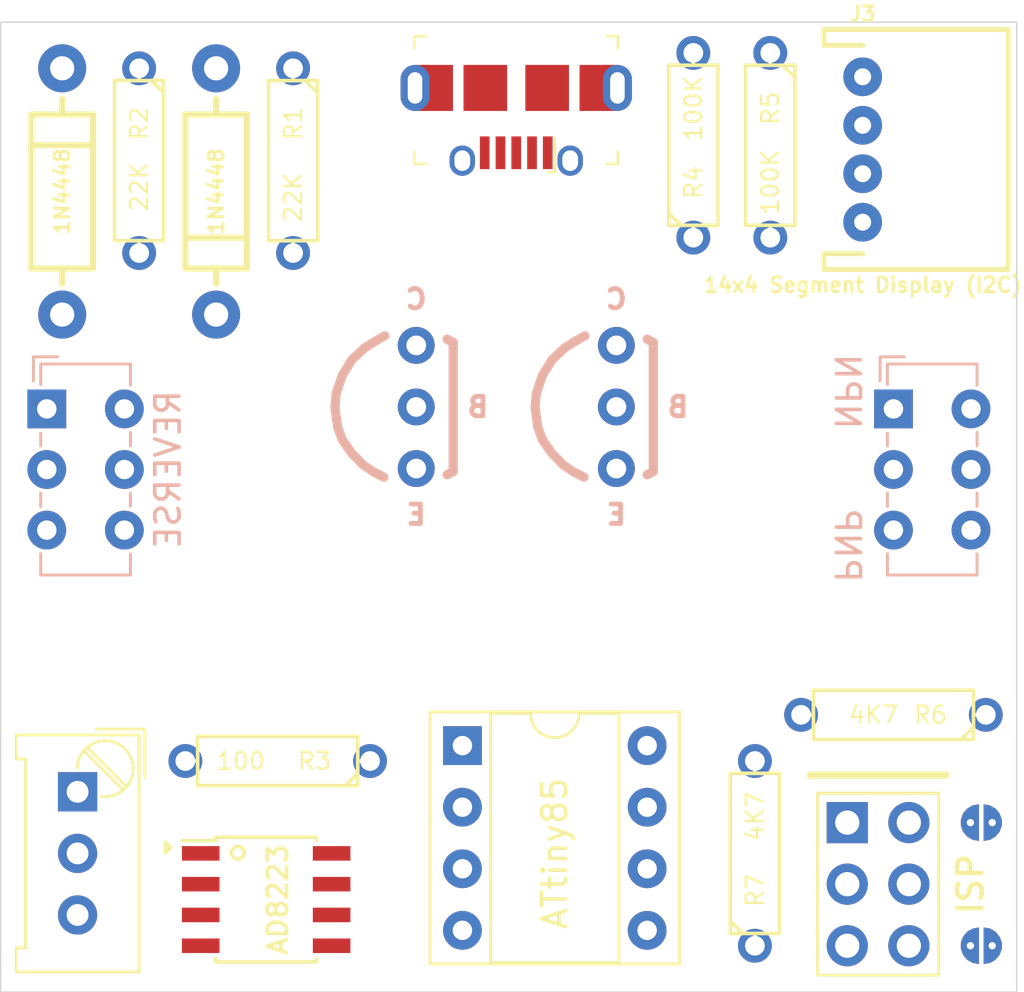
<source format=kicad_pcb>
(kicad_pcb (version 20171130) (host pcbnew "(5.1.5-0-10_14)")

  (general
    (thickness 1.6)
    (drawings 7)
    (tracks 0)
    (zones 0)
    (modules 21)
    (nets 25)
  )

  (page A4)
  (layers
    (0 F.Cu signal)
    (31 B.Cu signal)
    (32 B.Adhes user)
    (33 F.Adhes user)
    (34 B.Paste user)
    (35 F.Paste user)
    (36 B.SilkS user)
    (37 F.SilkS user)
    (38 B.Mask user)
    (39 F.Mask user)
    (40 Dwgs.User user)
    (41 Cmts.User user)
    (42 Eco1.User user)
    (43 Eco2.User user)
    (44 Edge.Cuts user)
    (45 Margin user)
    (46 B.CrtYd user)
    (47 F.CrtYd user)
    (48 B.Fab user)
    (49 F.Fab user)
  )

  (setup
    (last_trace_width 0.25)
    (trace_clearance 0.2)
    (zone_clearance 0.508)
    (zone_45_only no)
    (trace_min 0.2)
    (via_size 0.8)
    (via_drill 0.4)
    (via_min_size 0.4)
    (via_min_drill 0.3)
    (uvia_size 0.3)
    (uvia_drill 0.1)
    (uvias_allowed no)
    (uvia_min_size 0.2)
    (uvia_min_drill 0.1)
    (edge_width 0.05)
    (segment_width 0.2)
    (pcb_text_width 0.3)
    (pcb_text_size 1.5 1.5)
    (mod_edge_width 0.12)
    (mod_text_size 1 1)
    (mod_text_width 0.15)
    (pad_size 1.524 1.524)
    (pad_drill 0.762)
    (pad_to_mask_clearance 0.051)
    (solder_mask_min_width 0.25)
    (aux_axis_origin 0 0)
    (visible_elements FFFFFF7F)
    (pcbplotparams
      (layerselection 0x010fc_ffffffff)
      (usegerberextensions false)
      (usegerberattributes false)
      (usegerberadvancedattributes false)
      (creategerberjobfile false)
      (excludeedgelayer true)
      (linewidth 0.100000)
      (plotframeref false)
      (viasonmask false)
      (mode 1)
      (useauxorigin false)
      (hpglpennumber 1)
      (hpglpenspeed 20)
      (hpglpendiameter 15.000000)
      (psnegative false)
      (psa4output false)
      (plotreference true)
      (plotvalue true)
      (plotinvisibletext false)
      (padsonsilk false)
      (subtractmaskfromsilk false)
      (outputformat 1)
      (mirror false)
      (drillshape 1)
      (scaleselection 1)
      (outputdirectory ""))
  )

  (net 0 "")
  (net 1 "Net-(D1-PadA)")
  (net 2 VREF)
  (net 3 "Net-(D2-PadC)")
  (net 4 GND)
  (net 5 VCC)
  (net 6 "Net-(J1-Pad2)")
  (net 7 "Net-(J1-Pad3)")
  (net 8 "Net-(J1-Pad4)")
  (net 9 MISO)
  (net 10 SCK)
  (net 11 RST)
  (net 12 MOSI)
  (net 13 "Net-(J3-Pad3)")
  (net 14 "Net-(J3-Pad4)")
  (net 15 "Net-(Q1-Pad3)")
  (net 16 VA)
  (net 17 VB)
  (net 18 "Net-(R3-Pad1)")
  (net 19 "Net-(R3-Pad2)")
  (net 20 "Net-(RV1-Pad2)")
  (net 21 "Net-(SW2-Pad2)")
  (net 22 "Net-(SW2-Pad5)")
  (net 23 AOUT)
  (net 24 "Net-(U2-Pad2)")

  (net_class Default "This is the default net class."
    (clearance 0.2)
    (trace_width 0.25)
    (via_dia 0.8)
    (via_drill 0.4)
    (uvia_dia 0.3)
    (uvia_drill 0.1)
    (add_net AOUT)
    (add_net GND)
    (add_net MISO)
    (add_net MOSI)
    (add_net "Net-(D1-PadA)")
    (add_net "Net-(D2-PadC)")
    (add_net "Net-(J1-Pad2)")
    (add_net "Net-(J1-Pad3)")
    (add_net "Net-(J1-Pad4)")
    (add_net "Net-(J3-Pad3)")
    (add_net "Net-(J3-Pad4)")
    (add_net "Net-(Q1-Pad3)")
    (add_net "Net-(R3-Pad1)")
    (add_net "Net-(R3-Pad2)")
    (add_net "Net-(RV1-Pad2)")
    (add_net "Net-(SW2-Pad2)")
    (add_net "Net-(SW2-Pad5)")
    (add_net "Net-(U2-Pad2)")
    (add_net RST)
    (add_net SCK)
    (add_net VA)
    (add_net VB)
    (add_net VCC)
    (add_net VREF)
  )

  (module 4ms/4ms-kicad-lib/lib-footprints/4ms_Connector.pretty:Pins_2x03_2.54mm_TH_ISP (layer F.Cu) (tedit 5D65B39D) (tstamp 5E7617E4)
    (at 120.015 92.71)
    (descr "Through hole straight socket strip, 2x03, 2.54mm pitch, double rows")
    (tags "Through hole socket strip THT 2x03 2.54mm double row")
    (path /5E781952)
    (fp_text reference J2 (at -0.1 5.1 180) (layer F.SilkS) hide
      (effects (font (size 1.016 1.016) (thickness 0.1905)))
    )
    (fp_text value ISP (at 3.81 0 90) (layer F.SilkS)
      (effects (font (size 1.016 1.016) (thickness 0.1905)))
    )
    (fp_line (start -2.5 3.75) (end -2.5 -3.75) (layer F.SilkS) (width 0.12))
    (fp_line (start 2.5 -3.75) (end -2.5 -3.75) (layer F.SilkS) (width 0.12))
    (fp_line (start -2.71 4.05) (end -2.71 -4.05) (layer F.CrtYd) (width 0.05))
    (fp_line (start -2.71 -4.05) (end 2.71 -4.05) (layer F.CrtYd) (width 0.05))
    (fp_line (start -2.71 4.05) (end 2.71 4.05) (layer F.CrtYd) (width 0.05))
    (fp_line (start 2.71 4.05) (end 2.71 -4.05) (layer F.CrtYd) (width 0.05))
    (fp_line (start -2.8 -4.5) (end 2.8 -4.5) (layer F.SilkS) (width 0.3))
    (fp_line (start 2.5 3.75) (end -2.5 3.75) (layer F.SilkS) (width 0.12))
    (fp_line (start 2.5 3.75) (end 2.5 -3.75) (layer F.SilkS) (width 0.12))
    (pad 1 thru_hole rect (at -1.27 -2.54 180) (size 1.7 1.7) (drill 1) (layers *.Cu *.Mask)
      (net 9 MISO))
    (pad 2 thru_hole oval (at 1.27 -2.54 180) (size 1.7 1.7) (drill 1) (layers *.Cu *.Mask)
      (net 10 SCK))
    (pad 3 thru_hole oval (at -1.27 0 180) (size 1.7 1.7) (drill 1) (layers *.Cu *.Mask)
      (net 11 RST))
    (pad 4 thru_hole oval (at 1.27 0 180) (size 1.7 1.7) (drill 1) (layers *.Cu *.Mask)
      (net 4 GND))
    (pad 5 thru_hole oval (at -1.27 2.54 180) (size 1.7 1.7) (drill 1) (layers *.Cu *.Mask)
      (net 12 MOSI))
    (pad 6 thru_hole oval (at 1.27 2.54 180) (size 1.7 1.7) (drill 1) (layers *.Cu *.Mask)
      (net 5 VCC))
    (model ${KISYS3DMOD}/Connector_PinHeader_2.54mm.3dshapes/PinHeader_2x03_P2.54mm_Vertical.wrl
      (offset (xyz -1.27 2.54 0))
      (scale (xyz 1 1 1))
      (rotate (xyz 0 0 0))
    )
  )

  (module keebio/Keebio-Parts.pretty:solder_jumper (layer F.Cu) (tedit 5699098E) (tstamp 5E761801)
    (at 124.275 90.17)
    (path /5E7AAD47)
    (solder_mask_margin 0.001)
    (solder_paste_margin -0.02)
    (clearance 0.001)
    (fp_text reference JP1 (at -0.508 1.016) (layer Cmts.User) hide
      (effects (font (size 0.3 0.3) (thickness 0.03)))
    )
    (fp_text value Jumper (at 0 -1.524) (layer F.SilkS) hide
      (effects (font (size 0.4 0.4) (thickness 0.04)))
    )
    (fp_poly (pts (xy -0.1 -0.75) (xy -0.3565 -0.7048) (xy -0.5821 -0.5745) (xy -0.7495 -0.375)
      (xy -0.8386 -0.1302) (xy -0.8386 0.1302) (xy -0.7495 0.375) (xy -0.5821 0.5745)
      (xy -0.3565 0.7048) (xy -0.1 0.75) (xy -0.1 -0.75)) (layer F.Cu) (width 0.01))
    (fp_poly (pts (xy 0.1 0.75) (xy 0.3565 0.7048) (xy 0.5821 0.5745) (xy 0.7495 0.375)
      (xy 0.8386 0.1302) (xy 0.8386 -0.1302) (xy 0.7495 -0.375) (xy 0.5821 -0.5745)
      (xy 0.3565 -0.7048) (xy 0.1 -0.75) (xy 0.1 0.75)) (layer F.Cu) (width 0.01))
    (fp_poly (pts (xy -0.1 -0.75) (xy -0.3565 -0.7048) (xy -0.5821 -0.5745) (xy -0.7495 -0.375)
      (xy -0.8386 -0.1302) (xy -0.8386 0.1302) (xy -0.7495 0.375) (xy -0.5821 0.5745)
      (xy -0.3565 0.7048) (xy -0.1 0.75) (xy -0.1 -0.75)) (layer B.Cu) (width 0.01))
    (fp_poly (pts (xy 0.1 0.75) (xy 0.3565 0.7048) (xy 0.5821 0.5745) (xy 0.7495 0.375)
      (xy 0.8386 0.1302) (xy 0.8386 -0.1302) (xy 0.7495 -0.375) (xy 0.5821 -0.5745)
      (xy 0.3565 -0.7048) (xy 0.1 -0.75) (xy 0.1 0.75)) (layer B.Cu) (width 0.01))
    (pad 1 thru_hole circle (at -0.45 0) (size 0.4 0.4) (drill 0.3) (layers *.Cu *.Mask)
      (net 10 SCK))
    (pad 2 thru_hole circle (at 0.45 0) (size 0.4 0.4) (drill 0.3) (layers *.Cu *.Mask)
      (net 14 "Net-(J3-Pad4)"))
  )

  (module keebio/Keebio-Parts.pretty:solder_jumper (layer F.Cu) (tedit 5699098E) (tstamp 5E764FAF)
    (at 124.275 95.25)
    (path /5E7BD7F2)
    (solder_mask_margin 0.001)
    (solder_paste_margin -0.02)
    (clearance 0.001)
    (fp_text reference JP2 (at -0.508 1.016) (layer Cmts.User) hide
      (effects (font (size 0.3 0.3) (thickness 0.03)))
    )
    (fp_text value Jumper (at 0 -1.524) (layer F.SilkS) hide
      (effects (font (size 0.4 0.4) (thickness 0.04)))
    )
    (fp_poly (pts (xy 0.1 0.75) (xy 0.3565 0.7048) (xy 0.5821 0.5745) (xy 0.7495 0.375)
      (xy 0.8386 0.1302) (xy 0.8386 -0.1302) (xy 0.7495 -0.375) (xy 0.5821 -0.5745)
      (xy 0.3565 -0.7048) (xy 0.1 -0.75) (xy 0.1 0.75)) (layer B.Cu) (width 0.01))
    (fp_poly (pts (xy -0.1 -0.75) (xy -0.3565 -0.7048) (xy -0.5821 -0.5745) (xy -0.7495 -0.375)
      (xy -0.8386 -0.1302) (xy -0.8386 0.1302) (xy -0.7495 0.375) (xy -0.5821 0.5745)
      (xy -0.3565 0.7048) (xy -0.1 0.75) (xy -0.1 -0.75)) (layer B.Cu) (width 0.01))
    (fp_poly (pts (xy 0.1 0.75) (xy 0.3565 0.7048) (xy 0.5821 0.5745) (xy 0.7495 0.375)
      (xy 0.8386 0.1302) (xy 0.8386 -0.1302) (xy 0.7495 -0.375) (xy 0.5821 -0.5745)
      (xy 0.3565 -0.7048) (xy 0.1 -0.75) (xy 0.1 0.75)) (layer F.Cu) (width 0.01))
    (fp_poly (pts (xy -0.1 -0.75) (xy -0.3565 -0.7048) (xy -0.5821 -0.5745) (xy -0.7495 -0.375)
      (xy -0.8386 -0.1302) (xy -0.8386 0.1302) (xy -0.7495 0.375) (xy -0.5821 0.5745)
      (xy -0.3565 0.7048) (xy -0.1 0.75) (xy -0.1 -0.75)) (layer F.Cu) (width 0.01))
    (pad 2 thru_hole circle (at 0.45 0) (size 0.4 0.4) (drill 0.3) (layers *.Cu *.Mask)
      (net 13 "Net-(J3-Pad3)"))
    (pad 1 thru_hole circle (at -0.45 0) (size 0.4 0.4) (drill 0.3) (layers *.Cu *.Mask)
      (net 12 MOSI))
  )

  (module 4ms/4ms-kicad-lib/4ms-footprints.pretty:Resistor_TH_300 (layer F.Cu) (tedit 593AF381) (tstamp 5E7651D7)
    (at 95.25 87.63 180)
    (descr "Resitance 3 pas")
    (tags R)
    (path /5E748770)
    (fp_text reference R3 (at -1.524 0) (layer F.SilkS)
      (effects (font (size 0.7 0.7) (thickness 0.1)))
    )
    (fp_text value 100 (at 1.524 0) (layer F.SilkS)
      (effects (font (size 0.7 0.7) (thickness 0.1)))
    )
    (fp_line (start -3.81 0) (end -3.302 0) (layer F.SilkS) (width 0.15))
    (fp_line (start 3.81 0) (end 3.302 0) (layer F.SilkS) (width 0.15))
    (fp_line (start 3.302 0) (end 3.302 -1.016) (layer F.SilkS) (width 0.15))
    (fp_line (start 3.302 -1.016) (end -3.302 -1.016) (layer F.SilkS) (width 0.15))
    (fp_line (start -3.302 -1.016) (end -3.302 1.016) (layer F.SilkS) (width 0.15))
    (fp_line (start -3.302 1.016) (end 3.302 1.016) (layer F.SilkS) (width 0.15))
    (fp_line (start 3.302 1.016) (end 3.302 0) (layer F.SilkS) (width 0.15))
    (fp_line (start -3.302 -0.508) (end -2.794 -1.016) (layer F.SilkS) (width 0.15))
    (pad 1 thru_hole circle (at -3.81 0 180) (size 1.397 1.397) (drill 0.8128) (layers *.Cu *.Mask)
      (net 18 "Net-(R3-Pad1)"))
    (pad 2 thru_hole circle (at 3.81 0 180) (size 1.397 1.397) (drill 0.8128) (layers *.Cu *.Mask)
      (net 19 "Net-(R3-Pad2)"))
    (model Discret.3dshapes/R3.wrl
      (at (xyz 0 0 0))
      (scale (xyz 0.3 0.3 0.3))
      (rotate (xyz 0 0 0))
    )
  )

  (module 4ms/4ms-kicad-lib/4ms-footprints.pretty:Resistor_TH_300 (layer F.Cu) (tedit 593AF381) (tstamp 5E761891)
    (at 120.65 85.725 180)
    (descr "Resitance 3 pas")
    (tags R)
    (path /5E7A0721)
    (fp_text reference R6 (at -1.524 0) (layer F.SilkS)
      (effects (font (size 0.7 0.7) (thickness 0.1)))
    )
    (fp_text value 4K7 (at 0.8215 0) (layer F.SilkS)
      (effects (font (size 0.7 0.7) (thickness 0.1)))
    )
    (fp_line (start -3.81 0) (end -3.302 0) (layer F.SilkS) (width 0.15))
    (fp_line (start 3.81 0) (end 3.302 0) (layer F.SilkS) (width 0.15))
    (fp_line (start 3.302 0) (end 3.302 -1.016) (layer F.SilkS) (width 0.15))
    (fp_line (start 3.302 -1.016) (end -3.302 -1.016) (layer F.SilkS) (width 0.15))
    (fp_line (start -3.302 -1.016) (end -3.302 1.016) (layer F.SilkS) (width 0.15))
    (fp_line (start -3.302 1.016) (end 3.302 1.016) (layer F.SilkS) (width 0.15))
    (fp_line (start 3.302 1.016) (end 3.302 0) (layer F.SilkS) (width 0.15))
    (fp_line (start -3.302 -0.508) (end -2.794 -1.016) (layer F.SilkS) (width 0.15))
    (pad 1 thru_hole circle (at -3.81 0 180) (size 1.397 1.397) (drill 0.8128) (layers *.Cu *.Mask)
      (net 14 "Net-(J3-Pad4)"))
    (pad 2 thru_hole circle (at 3.81 0 180) (size 1.397 1.397) (drill 0.8128) (layers *.Cu *.Mask)
      (net 5 VCC))
    (model Discret.3dshapes/R3.wrl
      (at (xyz 0 0 0))
      (scale (xyz 0.3 0.3 0.3))
      (rotate (xyz 0 0 0))
    )
  )

  (module 4ms/4ms-kicad-lib/4ms-footprints.pretty:Resistor_TH_300 (layer F.Cu) (tedit 593AF381) (tstamp 5E76189F)
    (at 114.935 91.44 90)
    (descr "Resitance 3 pas")
    (tags R)
    (path /5E7B97AD)
    (fp_text reference R7 (at -1.524 0 90) (layer F.SilkS)
      (effects (font (size 0.7 0.7) (thickness 0.1)))
    )
    (fp_text value 4K7 (at 1.524 0 90) (layer F.SilkS)
      (effects (font (size 0.7 0.7) (thickness 0.1)))
    )
    (fp_line (start -3.302 -0.508) (end -2.794 -1.016) (layer F.SilkS) (width 0.15))
    (fp_line (start 3.302 1.016) (end 3.302 0) (layer F.SilkS) (width 0.15))
    (fp_line (start -3.302 1.016) (end 3.302 1.016) (layer F.SilkS) (width 0.15))
    (fp_line (start -3.302 -1.016) (end -3.302 1.016) (layer F.SilkS) (width 0.15))
    (fp_line (start 3.302 -1.016) (end -3.302 -1.016) (layer F.SilkS) (width 0.15))
    (fp_line (start 3.302 0) (end 3.302 -1.016) (layer F.SilkS) (width 0.15))
    (fp_line (start 3.81 0) (end 3.302 0) (layer F.SilkS) (width 0.15))
    (fp_line (start -3.81 0) (end -3.302 0) (layer F.SilkS) (width 0.15))
    (pad 2 thru_hole circle (at 3.81 0 90) (size 1.397 1.397) (drill 0.8128) (layers *.Cu *.Mask)
      (net 5 VCC))
    (pad 1 thru_hole circle (at -3.81 0 90) (size 1.397 1.397) (drill 0.8128) (layers *.Cu *.Mask)
      (net 13 "Net-(J3-Pad3)"))
    (model Discret.3dshapes/R3.wrl
      (at (xyz 0 0 0))
      (scale (xyz 0.3 0.3 0.3))
      (rotate (xyz 0 0 0))
    )
  )

  (module KiCad/Potentiometers.pretty:Potentiometer_Trimmer_Bourns_PV36W (layer F.Cu) (tedit 5991F6F4) (tstamp 5E76253B)
    (at 86.995 88.9 270)
    (descr "Spindle Trimmer Potentiometer, Bourns PV36W, http://www.bourns.com/docs/Product-Datasheets/pv36.pdf")
    (tags "Spindle Trimmer Potentiometer Bourns PV36W")
    (path /5E75B4A7)
    (fp_text reference RV1 (at 2.54 -3.66 90) (layer F.SilkS) hide
      (effects (font (size 1 1) (thickness 0.15)))
    )
    (fp_text value "10K TRIM" (at 2.54 3.67 90) (layer F.Fab) hide
      (effects (font (size 1 1) (thickness 0.15)))
    )
    (fp_arc (start -0.955 -1.14) (end -0.955 -2.295) (angle -179) (layer F.SilkS) (width 0.12))
    (fp_arc (start -0.955 -1.14) (end 0.188 -0.98) (angle -99) (layer F.SilkS) (width 0.12))
    (fp_circle (center -0.955 -1.14) (end 0.14 -1.14) (layer F.Fab) (width 0.1))
    (fp_line (start -2.225 -2.42) (end -2.225 2.41) (layer F.Fab) (width 0.1))
    (fp_line (start -2.225 2.41) (end -1.475 2.41) (layer F.Fab) (width 0.1))
    (fp_line (start -1.475 2.41) (end -1.475 2.03) (layer F.Fab) (width 0.1))
    (fp_line (start -1.475 2.03) (end 6.555 2.03) (layer F.Fab) (width 0.1))
    (fp_line (start 6.555 2.03) (end 6.555 2.41) (layer F.Fab) (width 0.1))
    (fp_line (start 6.555 2.41) (end 7.305 2.41) (layer F.Fab) (width 0.1))
    (fp_line (start 7.305 2.41) (end 7.305 -2.42) (layer F.Fab) (width 0.1))
    (fp_line (start 7.305 -2.42) (end -2.225 -2.42) (layer F.Fab) (width 0.1))
    (fp_line (start -1.786 -0.444) (end -0.259 -1.971) (layer F.Fab) (width 0.1))
    (fp_line (start -1.652 -0.31) (end -0.125 -1.837) (layer F.Fab) (width 0.1))
    (fp_line (start -2.585 -0.78) (end -2.585 -2.78) (layer F.Fab) (width 0.1))
    (fp_line (start -2.585 -2.78) (end -0.585 -2.78) (layer F.Fab) (width 0.1))
    (fp_line (start -2.345 -2.54) (end -2.345 2.53) (layer F.SilkS) (width 0.12))
    (fp_line (start -2.345 2.53) (end -1.355 2.53) (layer F.SilkS) (width 0.12))
    (fp_line (start -1.355 2.53) (end -1.355 2.15) (layer F.SilkS) (width 0.12))
    (fp_line (start -1.355 2.15) (end 6.435 2.15) (layer F.SilkS) (width 0.12))
    (fp_line (start 6.435 2.15) (end 6.435 2.53) (layer F.SilkS) (width 0.12))
    (fp_line (start 6.435 2.53) (end 7.425 2.53) (layer F.SilkS) (width 0.12))
    (fp_line (start 7.425 2.53) (end 7.425 -2.54) (layer F.SilkS) (width 0.12))
    (fp_line (start 7.425 -2.54) (end -2.345 -2.54) (layer F.SilkS) (width 0.12))
    (fp_line (start -1.831 -0.406) (end -0.22 -2.016) (layer F.SilkS) (width 0.12))
    (fp_line (start -1.691 -0.265) (end -0.998 -0.957) (layer F.SilkS) (width 0.12))
    (fp_line (start -0.958 -0.998) (end -0.079 -1.875) (layer F.SilkS) (width 0.12))
    (fp_line (start -2.585 -0.78) (end -2.585 -2.78) (layer F.SilkS) (width 0.12))
    (fp_line (start -2.585 -2.78) (end -0.585 -2.78) (layer F.SilkS) (width 0.12))
    (fp_line (start 7.56 2.66) (end 7.56 -2.67) (layer F.CrtYd) (width 0.05))
    (fp_line (start 7.56 -2.67) (end -2.48 -2.67) (layer F.CrtYd) (width 0.05))
    (fp_line (start -2.48 -2.67) (end -2.48 2.66) (layer F.CrtYd) (width 0.05))
    (fp_line (start -2.48 2.66) (end 7.56 2.66) (layer F.CrtYd) (width 0.05))
    (fp_text user %R (at 2.54 0 90) (layer F.Fab) hide
      (effects (font (size 1 1) (thickness 0.15)))
    )
    (pad 1 thru_hole rect (at 0 0 90) (size 1.62 1.62) (drill 0.9) (layers *.Cu *.Mask)
      (net 17 VB))
    (pad 2 thru_hole circle (at 2.54 0 90) (size 1.62 1.62) (drill 0.9) (layers *.Cu *.Mask)
      (net 20 "Net-(RV1-Pad2)"))
    (pad 3 thru_hole circle (at 5.08 0 90) (size 1.62 1.62) (drill 0.9) (layers *.Cu *.Mask)
      (net 16 VA))
    (model ${KISYS3DMOD}/Potentiometers.3dshapes/Potentiometer_Trimmer_Bourns_PV36W.wrl
      (at (xyz 0 0 0))
      (scale (xyz 1 1 1))
      (rotate (xyz 0 0 0))
    )
  )

  (module 4ms/4ms-kicad-lib/4ms-footprints.pretty:SOIC-8_3.9x4.9mm_Pitch1.27mm (layer F.Cu) (tedit 563510CB) (tstamp 5E761934)
    (at 94.775 93.345)
    (descr "8-Lead Plastic Small Outline (SN) - Narrow, 3.90 mm Body [SOIC] (see Microchip Packaging Specification 00000049BS.pdf)")
    (tags "SOIC 1.27")
    (path /5E744865)
    (attr smd)
    (fp_text reference U1 (at 0 -3.5) (layer F.SilkS) hide
      (effects (font (size 1 1) (thickness 0.15)))
    )
    (fp_text value AD8223 (at 0.475 0 90) (layer F.SilkS)
      (effects (font (size 0.8 0.8) (thickness 0.15)))
    )
    (fp_line (start -4.1656 -1.9304) (end -4.1656 -2.3368) (layer F.SilkS) (width 0.15))
    (fp_line (start -3.937 -2.1336) (end -4.1656 -1.9304) (layer F.SilkS) (width 0.15))
    (fp_line (start -4.1656 -2.3622) (end -3.937 -2.1336) (layer F.SilkS) (width 0.15))
    (fp_circle (center -1.1684 -1.9304) (end -0.9398 -1.8034) (layer F.SilkS) (width 0.15))
    (fp_line (start -3.75 -2.75) (end -3.75 2.75) (layer F.CrtYd) (width 0.05))
    (fp_line (start 3.75 -2.75) (end 3.75 2.75) (layer F.CrtYd) (width 0.05))
    (fp_line (start -3.75 -2.75) (end 3.75 -2.75) (layer F.CrtYd) (width 0.05))
    (fp_line (start -3.75 2.75) (end 3.75 2.75) (layer F.CrtYd) (width 0.05))
    (fp_line (start -2.075 -2.575) (end -2.075 -2.43) (layer F.SilkS) (width 0.15))
    (fp_line (start 2.075 -2.575) (end 2.075 -2.43) (layer F.SilkS) (width 0.15))
    (fp_line (start 2.075 2.575) (end 2.075 2.43) (layer F.SilkS) (width 0.15))
    (fp_line (start -2.075 2.575) (end -2.075 2.43) (layer F.SilkS) (width 0.15))
    (fp_line (start -2.075 -2.575) (end 2.075 -2.575) (layer F.SilkS) (width 0.15))
    (fp_line (start -2.075 2.575) (end 2.075 2.575) (layer F.SilkS) (width 0.15))
    (fp_line (start -2.075 -2.43) (end -3.475 -2.43) (layer F.SilkS) (width 0.15))
    (pad 1 smd rect (at -2.7 -1.905) (size 1.55 0.6) (layers F.Cu F.Paste F.Mask)
      (net 19 "Net-(R3-Pad2)"))
    (pad 2 smd rect (at -2.7 -0.635) (size 1.55 0.6) (layers F.Cu F.Paste F.Mask)
      (net 22 "Net-(SW2-Pad5)"))
    (pad 3 smd rect (at -2.7 0.635) (size 1.55 0.6) (layers F.Cu F.Paste F.Mask)
      (net 21 "Net-(SW2-Pad2)"))
    (pad 4 smd rect (at -2.7 1.905) (size 1.55 0.6) (layers F.Cu F.Paste F.Mask)
      (net 4 GND))
    (pad 5 smd rect (at 2.7 1.905) (size 1.55 0.6) (layers F.Cu F.Paste F.Mask)
      (net 2 VREF))
    (pad 6 smd rect (at 2.7 0.635) (size 1.55 0.6) (layers F.Cu F.Paste F.Mask)
      (net 23 AOUT))
    (pad 7 smd rect (at 2.7 -0.635) (size 1.55 0.6) (layers F.Cu F.Paste F.Mask)
      (net 5 VCC))
    (pad 8 smd rect (at 2.7 -1.905) (size 1.55 0.6) (layers F.Cu F.Paste F.Mask)
      (net 18 "Net-(R3-Pad1)"))
    (model Housings_SOIC.3dshapes/SOIC-8_3.9x4.9mm_Pitch1.27mm.wrl
      (at (xyz 0 0 0))
      (scale (xyz 1 1 1))
      (rotate (xyz 0 0 0))
    )
  )

  (module KiCad/Housings_DIP.pretty:DIP-8_W7.62mm_Socket (layer F.Cu) (tedit 59C78D6B) (tstamp 5E761958)
    (at 102.87 86.995)
    (descr "8-lead though-hole mounted DIP package, row spacing 7.62 mm (300 mils), Socket")
    (tags "THT DIP DIL PDIP 2.54mm 7.62mm 300mil Socket")
    (path /5E77DE73)
    (fp_text reference U2 (at 3.81 -2.33) (layer F.SilkS) hide
      (effects (font (size 1 1) (thickness 0.15)))
    )
    (fp_text value ATtiny85 (at 3.81 4.445 90) (layer F.SilkS)
      (effects (font (size 1 1) (thickness 0.15)))
    )
    (fp_arc (start 3.81 -1.33) (end 2.81 -1.33) (angle -180) (layer F.SilkS) (width 0.12))
    (fp_line (start 1.635 -1.27) (end 6.985 -1.27) (layer F.Fab) (width 0.1))
    (fp_line (start 6.985 -1.27) (end 6.985 8.89) (layer F.Fab) (width 0.1))
    (fp_line (start 6.985 8.89) (end 0.635 8.89) (layer F.Fab) (width 0.1))
    (fp_line (start 0.635 8.89) (end 0.635 -0.27) (layer F.Fab) (width 0.1))
    (fp_line (start 0.635 -0.27) (end 1.635 -1.27) (layer F.Fab) (width 0.1))
    (fp_line (start -1.27 -1.33) (end -1.27 8.95) (layer F.Fab) (width 0.1))
    (fp_line (start -1.27 8.95) (end 8.89 8.95) (layer F.Fab) (width 0.1))
    (fp_line (start 8.89 8.95) (end 8.89 -1.33) (layer F.Fab) (width 0.1))
    (fp_line (start 8.89 -1.33) (end -1.27 -1.33) (layer F.Fab) (width 0.1))
    (fp_line (start 2.81 -1.33) (end 1.16 -1.33) (layer F.SilkS) (width 0.12))
    (fp_line (start 1.16 -1.33) (end 1.16 8.95) (layer F.SilkS) (width 0.12))
    (fp_line (start 1.16 8.95) (end 6.46 8.95) (layer F.SilkS) (width 0.12))
    (fp_line (start 6.46 8.95) (end 6.46 -1.33) (layer F.SilkS) (width 0.12))
    (fp_line (start 6.46 -1.33) (end 4.81 -1.33) (layer F.SilkS) (width 0.12))
    (fp_line (start -1.33 -1.39) (end -1.33 9.01) (layer F.SilkS) (width 0.12))
    (fp_line (start -1.33 9.01) (end 8.95 9.01) (layer F.SilkS) (width 0.12))
    (fp_line (start 8.95 9.01) (end 8.95 -1.39) (layer F.SilkS) (width 0.12))
    (fp_line (start 8.95 -1.39) (end -1.33 -1.39) (layer F.SilkS) (width 0.12))
    (fp_line (start -1.55 -1.6) (end -1.55 9.2) (layer F.CrtYd) (width 0.05))
    (fp_line (start -1.55 9.2) (end 9.15 9.2) (layer F.CrtYd) (width 0.05))
    (fp_line (start 9.15 9.2) (end 9.15 -1.6) (layer F.CrtYd) (width 0.05))
    (fp_line (start 9.15 -1.6) (end -1.55 -1.6) (layer F.CrtYd) (width 0.05))
    (fp_text user %R (at 3.81 3.81 90) (layer F.Fab) hide
      (effects (font (size 1 1) (thickness 0.15)))
    )
    (pad 1 thru_hole rect (at 0 0) (size 1.6 1.6) (drill 0.8) (layers *.Cu *.Mask)
      (net 11 RST))
    (pad 5 thru_hole oval (at 7.62 7.62) (size 1.6 1.6) (drill 0.8) (layers *.Cu *.Mask)
      (net 12 MOSI))
    (pad 2 thru_hole oval (at 0 2.54) (size 1.6 1.6) (drill 0.8) (layers *.Cu *.Mask)
      (net 24 "Net-(U2-Pad2)"))
    (pad 6 thru_hole oval (at 7.62 5.08) (size 1.6 1.6) (drill 0.8) (layers *.Cu *.Mask)
      (net 9 MISO))
    (pad 3 thru_hole oval (at 0 5.08) (size 1.6 1.6) (drill 0.8) (layers *.Cu *.Mask)
      (net 23 AOUT))
    (pad 7 thru_hole oval (at 7.62 2.54) (size 1.6 1.6) (drill 0.8) (layers *.Cu *.Mask)
      (net 10 SCK))
    (pad 4 thru_hole oval (at 0 7.62) (size 1.6 1.6) (drill 0.8) (layers *.Cu *.Mask)
      (net 4 GND))
    (pad 8 thru_hole oval (at 7.62 0) (size 1.6 1.6) (drill 0.8) (layers *.Cu *.Mask)
      (net 5 VCC))
    (model ${KISYS3DMOD}/Housings_DIP.3dshapes/DIP-8_W7.62mm_Socket.wrl
      (at (xyz 0 0 0))
      (scale (xyz 1 1 1))
      (rotate (xyz 0 0 0))
    )
  )

  (module sparkfun/SparkFun-KiCad-Libraries/Footprints/Silicon-Custom.pretty:DIODE-1N4001 (layer F.Cu) (tedit 200000) (tstamp 5E7636CD)
    (at 92.71 64.135 270)
    (path /5E760345)
    (attr virtual)
    (fp_text reference D1 (at 0 -1.905 90) (layer F.SilkS) hide
      (effects (font (size 0.6096 0.6096) (thickness 0.127)))
    )
    (fp_text value 1N4448 (at 0 0 90) (layer F.SilkS)
      (effects (font (size 0.6096 0.6096) (thickness 0.127)))
    )
    (fp_line (start 3.175 -1.27) (end 1.905 -1.27) (layer F.SilkS) (width 0.254))
    (fp_line (start 1.905 -1.27) (end -3.175 -1.27) (layer F.SilkS) (width 0.254))
    (fp_line (start -3.175 -1.27) (end -3.175 0) (layer F.SilkS) (width 0.254))
    (fp_line (start -3.175 0) (end -3.175 1.27) (layer F.SilkS) (width 0.254))
    (fp_line (start -3.175 1.27) (end 1.905 1.27) (layer F.SilkS) (width 0.254))
    (fp_line (start 1.905 1.27) (end 3.175 1.27) (layer F.SilkS) (width 0.254))
    (fp_line (start 3.175 1.27) (end 3.175 0) (layer F.SilkS) (width 0.254))
    (fp_line (start 3.175 0) (end 3.175 -1.27) (layer F.SilkS) (width 0.254))
    (fp_line (start 1.905 -1.27) (end 1.905 1.27) (layer F.SilkS) (width 0.254))
    (fp_line (start -3.175 0) (end -3.81 0) (layer F.SilkS) (width 0.254))
    (fp_line (start 3.175 0) (end 3.81 0) (layer F.SilkS) (width 0.254))
    (pad A thru_hole circle (at -5.08 0 270) (size 1.9812 1.9812) (drill 0.99822) (layers *.Cu *.Mask)
      (net 1 "Net-(D1-PadA)") (solder_mask_margin 0.1016))
    (pad C thru_hole circle (at 5.08 0 270) (size 1.9812 1.9812) (drill 0.99822) (layers *.Cu *.Mask)
      (net 2 VREF) (solder_mask_margin 0.1016))
  )

  (module sparkfun/SparkFun-KiCad-Libraries/Footprints/Silicon-Custom.pretty:DIODE-1N4001 (layer F.Cu) (tedit 200000) (tstamp 5E7617A8)
    (at 86.36 64.135 90)
    (path /5E830118)
    (attr virtual)
    (fp_text reference D2 (at 0 -1.905 90) (layer F.SilkS) hide
      (effects (font (size 0.6096 0.6096) (thickness 0.127)))
    )
    (fp_text value 1N4448 (at 0 0 90) (layer F.SilkS)
      (effects (font (size 0.6096 0.6096) (thickness 0.127)))
    )
    (fp_line (start 3.175 0) (end 3.81 0) (layer F.SilkS) (width 0.254))
    (fp_line (start -3.175 0) (end -3.81 0) (layer F.SilkS) (width 0.254))
    (fp_line (start 1.905 -1.27) (end 1.905 1.27) (layer F.SilkS) (width 0.254))
    (fp_line (start 3.175 0) (end 3.175 -1.27) (layer F.SilkS) (width 0.254))
    (fp_line (start 3.175 1.27) (end 3.175 0) (layer F.SilkS) (width 0.254))
    (fp_line (start 1.905 1.27) (end 3.175 1.27) (layer F.SilkS) (width 0.254))
    (fp_line (start -3.175 1.27) (end 1.905 1.27) (layer F.SilkS) (width 0.254))
    (fp_line (start -3.175 0) (end -3.175 1.27) (layer F.SilkS) (width 0.254))
    (fp_line (start -3.175 -1.27) (end -3.175 0) (layer F.SilkS) (width 0.254))
    (fp_line (start 1.905 -1.27) (end -3.175 -1.27) (layer F.SilkS) (width 0.254))
    (fp_line (start 3.175 -1.27) (end 1.905 -1.27) (layer F.SilkS) (width 0.254))
    (pad C thru_hole circle (at 5.08 0 90) (size 1.9812 1.9812) (drill 0.99822) (layers *.Cu *.Mask)
      (net 3 "Net-(D2-PadC)") (solder_mask_margin 0.1016))
    (pad A thru_hole circle (at -5.08 0 90) (size 1.9812 1.9812) (drill 0.99822) (layers *.Cu *.Mask)
      (net 2 VREF) (solder_mask_margin 0.1016))
  )

  (module digikey/digikey-kicad-library/digikey-footprints.pretty:USB_Micro_AB_Female_0475890001 (layer F.Cu) (tedit 5D28AD82) (tstamp 5E76492B)
    (at 105.09 62.54 180)
    (descr http://www.molex.com/pdm_docs/sd/475890001_sd.pdf)
    (path /5E8DA27F)
    (attr smd)
    (fp_text reference J1 (at 0 -2.2) (layer F.SilkS) hide
      (effects (font (size 1 1) (thickness 0.15)))
    )
    (fp_text value USB_B_Micro (at 0 6.2) (layer F.Fab) hide
      (effects (font (size 1 1) (thickness 0.15)))
    )
    (fp_text user %R (at 0 2.6) (layer F.Fab)
      (effects (font (size 1 1) (thickness 0.15)))
    )
    (fp_line (start -5.03 4.93) (end 5.03 4.93) (layer F.CrtYd) (width 0.05))
    (fp_line (start 5.03 -1.2) (end 5.03 4.93) (layer F.CrtYd) (width 0.05))
    (fp_line (start -5.03 -1.2) (end -5.03 4.93) (layer F.CrtYd) (width 0.05))
    (fp_line (start -5.03 -1.2) (end 5.03 -1.2) (layer F.CrtYd) (width 0.05))
    (fp_line (start -1.6 -0.6) (end -1.6 -0.8) (layer F.SilkS) (width 0.1))
    (fp_line (start -1.6 -0.8) (end -1.3 -0.8) (layer F.SilkS) (width 0.1))
    (fp_line (start -1.6 -0.6) (end -1.6 0.6) (layer F.SilkS) (width 0.1))
    (fp_line (start 4.2 4.8) (end 4.2 4.3) (layer F.SilkS) (width 0.1))
    (fp_line (start 3.7 4.8) (end 4.2 4.8) (layer F.SilkS) (width 0.1))
    (fp_line (start -4.2 4.8) (end -4.2 4.3) (layer F.SilkS) (width 0.1))
    (fp_line (start -4.2 4.8) (end -3.7 4.8) (layer F.SilkS) (width 0.1))
    (fp_line (start -4.2 -0.45) (end -4.2 0.05) (layer F.SilkS) (width 0.1))
    (fp_line (start -3.7 -0.45) (end -4.2 -0.45) (layer F.SilkS) (width 0.1))
    (fp_line (start 4.2 -0.45) (end 4.2 0.05) (layer F.SilkS) (width 0.1))
    (fp_line (start 4.2 -0.45) (end 3.7 -0.45) (layer F.SilkS) (width 0.1))
    (fp_line (start 4.1 4.675) (end -4.1 4.675) (layer F.Fab) (width 0.1))
    (fp_line (start -4.1 -0.325) (end -4.1 4.675) (layer F.Fab) (width 0.1))
    (fp_line (start 4.1 -0.325) (end 4.1 4.675) (layer F.Fab) (width 0.1))
    (fp_line (start 4.1 -0.325) (end -4.1 -0.325) (layer F.Fab) (width 0.1))
    (pad SH thru_hole oval (at -2.225 -0.325 90) (size 1.25 1.05) (drill oval 0.85 0.65) (layers *.Cu *.Mask)
      (net 4 GND))
    (pad SH smd rect (at -3.89 3.575 90) (size 0.1 0.5) (layers F.Cu F.Paste F.Mask)
      (net 4 GND))
    (pad SH smd rect (at -3.89 1.775 90) (size 0.1 0.5) (layers F.Cu F.Paste F.Mask)
      (net 4 GND))
    (pad SH thru_hole oval (at -4.175 2.675 90) (size 1.9 1.2) (drill oval 1.3 0.6) (layers *.Cu *.Mask)
      (net 4 GND))
    (pad SH smd rect (at -3.24 2.675 90) (size 1.9 1.26) (layers F.Cu F.Paste F.Mask)
      (net 4 GND))
    (pad SH smd rect (at 3.9 3.575 90) (size 0.1 0.5) (layers F.Cu F.Paste F.Mask)
      (net 4 GND))
    (pad SH smd rect (at 1.275 2.675 90) (size 1.9 1.8) (layers F.Cu F.Paste F.Mask)
      (net 4 GND))
    (pad 1 smd rect (at -1.3 0 90) (size 1.35 0.4) (layers F.Cu F.Paste F.Mask)
      (net 5 VCC))
    (pad 2 smd rect (at -0.65 0 90) (size 1.35 0.4) (layers F.Cu F.Paste F.Mask)
      (net 6 "Net-(J1-Pad2)"))
    (pad 3 smd rect (at 0 0 90) (size 1.35 0.4) (layers F.Cu F.Paste F.Mask)
      (net 7 "Net-(J1-Pad3)"))
    (pad 4 smd rect (at 0.65 0 90) (size 1.35 0.4) (layers F.Cu F.Paste F.Mask)
      (net 8 "Net-(J1-Pad4)"))
    (pad 5 smd rect (at 1.3 0 90) (size 1.35 0.4) (layers F.Cu F.Paste F.Mask)
      (net 4 GND))
    (pad SH smd rect (at -1.275 2.675 90) (size 1.9 1.8) (layers F.Cu F.Paste F.Mask)
      (net 4 GND))
    (pad SH thru_hole oval (at 4.175 2.675 90) (size 1.9 1.2) (drill oval 1.3 0.6) (layers *.Cu *.Mask)
      (net 4 GND))
    (pad SH smd rect (at 3.24 2.675 90) (size 1.9 1.26) (layers F.Cu F.Paste F.Mask)
      (net 4 GND))
    (pad SH smd rect (at 3.89 1.775 90) (size 0.1 0.5) (layers F.Cu F.Paste F.Mask)
      (net 4 GND))
    (pad SH thru_hole oval (at 2.225 -0.325 90) (size 1.25 1.05) (drill oval 0.85 0.65) (layers *.Cu *.Mask)
      (net 4 GND))
  )

  (module sparkfun/SparkFun-KiCad-Libraries/Footprints/Connectors.pretty:JST-4-PTH (layer F.Cu) (tedit 200000) (tstamp 5E7648DF)
    (at 119.38 62.40526 270)
    (descr "JST RIGHT ANGLE 4 PIN PLATED THROUGH HOLE")
    (tags "JST RIGHT ANGLE 4 PIN PLATED THROUGH HOLE")
    (path /5E7FBEF9)
    (attr virtual)
    (fp_text reference J3 (at -5.588 0) (layer F.SilkS)
      (effects (font (size 0.6096 0.6096) (thickness 0.127)))
    )
    (fp_text value "14x4 Segment Display (I2C)" (at 5.588 0) (layer F.SilkS)
      (effects (font (size 0.6096 0.6096) (thickness 0.127)))
    )
    (fp_line (start -4.94792 1.59766) (end -4.94792 -5.99948) (layer F.SilkS) (width 0.2032))
    (fp_line (start -4.94792 -5.99948) (end 4.94792 -5.99948) (layer F.SilkS) (width 0.2032))
    (fp_line (start 4.94792 -5.99948) (end 4.94792 1.59766) (layer F.SilkS) (width 0.2032))
    (fp_line (start -4.94792 1.59766) (end -4.29768 1.59766) (layer F.SilkS) (width 0.2032))
    (fp_line (start 4.94792 1.59766) (end 4.29768 1.59766) (layer F.SilkS) (width 0.2032))
    (fp_line (start -4.29768 1.59766) (end -4.29768 0) (layer F.SilkS) (width 0.2032))
    (fp_line (start 4.29768 1.59766) (end 4.29768 0) (layer F.SilkS) (width 0.2032))
    (fp_text user + (at -2.76352 -1.3335 90) (layer Dwgs.User)
      (effects (font (size 1.27 1.27) (thickness 0.1016)))
    )
    (fp_text user - (at -0.76454 -1.3335 90) (layer Dwgs.User)
      (effects (font (size 1.27 1.27) (thickness 0.1016)))
    )
    (fp_text user S (at 1.09982 -1.29794 90) (layer Dwgs.User)
      (effects (font (size 0.79756 0.79756) (thickness 0.0762)))
    )
    (fp_text user S (at 3.0988 -1.29794 90) (layer Dwgs.User)
      (effects (font (size 0.79756 0.79756) (thickness 0.0762)))
    )
    (pad 1 thru_hole circle (at -2.99974 0 270) (size 1.59766 1.59766) (drill 0.6985) (layers *.Cu *.Mask)
      (net 4 GND) (solder_mask_margin 0.1016))
    (pad 2 thru_hole circle (at -0.99822 0 270) (size 1.59766 1.59766) (drill 0.6985) (layers *.Cu *.Mask)
      (net 5 VCC) (solder_mask_margin 0.1016))
    (pad 3 thru_hole circle (at 0.99822 0 270) (size 1.59766 1.59766) (drill 0.6985) (layers *.Cu *.Mask)
      (net 13 "Net-(J3-Pad3)") (solder_mask_margin 0.1016))
    (pad 4 thru_hole circle (at 2.99974 0 270) (size 1.59766 1.59766) (drill 0.6985) (layers *.Cu *.Mask)
      (net 14 "Net-(J3-Pad4)") (solder_mask_margin 0.1016))
  )

  (module transistor_matcher:BJT_Slot (layer B.Cu) (tedit 5E744AB9) (tstamp 5E761824)
    (at 100.965 73.025 180)
    (descr "TO-92 Bipolar inline wide Drill 0,8mm CBE")
    (tags "TO-92 Bipolar inline wide Drill 0,8mm CBE")
    (path /5E74DF82)
    (fp_text reference Q1 (at 5.08 0 180) (layer B.SilkS) hide
      (effects (font (size 0.8 0.8) (thickness 0.2)) (justify mirror))
    )
    (fp_text value 2N3904 (at 1.905 0 270) (layer B.SilkS) hide
      (effects (font (size 0.8 0.8) (thickness 0.2)) (justify mirror))
    )
    (fp_line (start -1.524 -2.667) (end -1.27 -2.794) (layer B.SilkS) (width 0.381))
    (fp_line (start -1.524 2.667) (end -1.27 2.794) (layer B.SilkS) (width 0.381))
    (fp_line (start 1.2954 2.9337) (end 1.6637 2.7305) (layer B.SilkS) (width 0.381))
    (fp_line (start 1.6637 2.7305) (end 2.1463 2.4257) (layer B.SilkS) (width 0.381))
    (fp_line (start 2.1463 2.4257) (end 2.6543 1.9431) (layer B.SilkS) (width 0.381))
    (fp_line (start 2.6543 1.9431) (end 3.048 1.3081) (layer B.SilkS) (width 0.381))
    (fp_line (start 3.048 1.3081) (end 3.302 0.5588) (layer B.SilkS) (width 0.381))
    (fp_line (start 3.302 0.5588) (end 3.3528 -0.0254) (layer B.SilkS) (width 0.381))
    (fp_line (start 3.3528 -0.0254) (end 3.2385 -0.8382) (layer B.SilkS) (width 0.381))
    (fp_line (start 3.2385 -0.8382) (end 3.048 -1.3589) (layer B.SilkS) (width 0.381))
    (fp_line (start 3.048 -1.3589) (end 2.6543 -1.9177) (layer B.SilkS) (width 0.381))
    (fp_line (start 2.6543 -1.9177) (end 2.1971 -2.3876) (layer B.SilkS) (width 0.381))
    (fp_line (start 2.1971 -2.3876) (end 1.7653 -2.6797) (layer B.SilkS) (width 0.381))
    (fp_line (start 1.7653 -2.6797) (end 1.3335 -2.8956) (layer B.SilkS) (width 0.381))
    (fp_text user E (at 0 -4.445) (layer B.SilkS)
      (effects (font (size 0.8 0.8) (thickness 0.2)) (justify mirror))
    )
    (fp_text user B (at -2.54 0) (layer B.SilkS)
      (effects (font (size 0.8 0.8) (thickness 0.2)) (justify mirror))
    )
    (fp_text user C (at 0 4.445) (layer B.SilkS)
      (effects (font (size 0.8 0.8) (thickness 0.2)) (justify mirror))
    )
    (fp_line (start -1.524 2.667) (end -1.524 -2.667) (layer B.SilkS) (width 0.381))
    (pad 2 thru_hole circle (at 0 0 180) (size 1.524 1.524) (drill 0.8128) (layers *.Cu *.Mask)
      (net 2 VREF))
    (pad 3 thru_hole circle (at 0 -2.54 180) (size 1.524 1.524) (drill 0.8128) (layers *.Cu *.Mask)
      (net 15 "Net-(Q1-Pad3)"))
    (pad 1 thru_hole circle (at 0 2.54 180) (size 1.524 1.524) (drill 0.8128) (layers *.Cu *.Mask)
      (net 16 VA))
  )

  (module transistor_matcher:BJT_Slot (layer B.Cu) (tedit 5E744AB9) (tstamp 5E76183D)
    (at 109.22 73.025 180)
    (descr "TO-92 Bipolar inline wide Drill 0,8mm CBE")
    (tags "TO-92 Bipolar inline wide Drill 0,8mm CBE")
    (path /5E74BAA9)
    (fp_text reference Q2 (at 5.08 0 180) (layer B.SilkS) hide
      (effects (font (size 0.8 0.8) (thickness 0.2)) (justify mirror))
    )
    (fp_text value BJT (at 1.905 0 270) (layer B.SilkS) hide
      (effects (font (size 0.8 0.8) (thickness 0.2)) (justify mirror))
    )
    (fp_line (start -1.524 2.667) (end -1.524 -2.667) (layer B.SilkS) (width 0.381))
    (fp_text user C (at 0 4.445) (layer B.SilkS)
      (effects (font (size 0.8 0.8) (thickness 0.2)) (justify mirror))
    )
    (fp_text user B (at -2.54 0) (layer B.SilkS)
      (effects (font (size 0.8 0.8) (thickness 0.2)) (justify mirror))
    )
    (fp_text user E (at 0 -4.445) (layer B.SilkS)
      (effects (font (size 0.8 0.8) (thickness 0.2)) (justify mirror))
    )
    (fp_line (start 1.7653 -2.6797) (end 1.3335 -2.8956) (layer B.SilkS) (width 0.381))
    (fp_line (start 2.1971 -2.3876) (end 1.7653 -2.6797) (layer B.SilkS) (width 0.381))
    (fp_line (start 2.6543 -1.9177) (end 2.1971 -2.3876) (layer B.SilkS) (width 0.381))
    (fp_line (start 3.048 -1.3589) (end 2.6543 -1.9177) (layer B.SilkS) (width 0.381))
    (fp_line (start 3.2385 -0.8382) (end 3.048 -1.3589) (layer B.SilkS) (width 0.381))
    (fp_line (start 3.3528 -0.0254) (end 3.2385 -0.8382) (layer B.SilkS) (width 0.381))
    (fp_line (start 3.302 0.5588) (end 3.3528 -0.0254) (layer B.SilkS) (width 0.381))
    (fp_line (start 3.048 1.3081) (end 3.302 0.5588) (layer B.SilkS) (width 0.381))
    (fp_line (start 2.6543 1.9431) (end 3.048 1.3081) (layer B.SilkS) (width 0.381))
    (fp_line (start 2.1463 2.4257) (end 2.6543 1.9431) (layer B.SilkS) (width 0.381))
    (fp_line (start 1.6637 2.7305) (end 2.1463 2.4257) (layer B.SilkS) (width 0.381))
    (fp_line (start 1.2954 2.9337) (end 1.6637 2.7305) (layer B.SilkS) (width 0.381))
    (fp_line (start -1.524 2.667) (end -1.27 2.794) (layer B.SilkS) (width 0.381))
    (fp_line (start -1.524 -2.667) (end -1.27 -2.794) (layer B.SilkS) (width 0.381))
    (pad 1 thru_hole circle (at 0 2.54 180) (size 1.524 1.524) (drill 0.8128) (layers *.Cu *.Mask)
      (net 17 VB))
    (pad 3 thru_hole circle (at 0 -2.54 180) (size 1.524 1.524) (drill 0.8128) (layers *.Cu *.Mask)
      (net 15 "Net-(Q1-Pad3)"))
    (pad 2 thru_hole circle (at 0 0 180) (size 1.524 1.524) (drill 0.8128) (layers *.Cu *.Mask)
      (net 2 VREF))
  )

  (module 4ms/4ms-kicad-lib/4ms-footprints.pretty:Resistor_TH_300 (layer F.Cu) (tedit 593AF381) (tstamp 5E7648B3)
    (at 95.885 62.865 270)
    (descr "Resitance 3 pas")
    (tags R)
    (path /5E754E85)
    (fp_text reference R1 (at -1.524 0 90) (layer F.SilkS)
      (effects (font (size 0.7 0.7) (thickness 0.1)))
    )
    (fp_text value 22K (at 1.524 0 90) (layer F.SilkS)
      (effects (font (size 0.7 0.7) (thickness 0.1)))
    )
    (fp_line (start -3.302 -0.508) (end -2.794 -1.016) (layer F.SilkS) (width 0.15))
    (fp_line (start 3.302 1.016) (end 3.302 0) (layer F.SilkS) (width 0.15))
    (fp_line (start -3.302 1.016) (end 3.302 1.016) (layer F.SilkS) (width 0.15))
    (fp_line (start -3.302 -1.016) (end -3.302 1.016) (layer F.SilkS) (width 0.15))
    (fp_line (start 3.302 -1.016) (end -3.302 -1.016) (layer F.SilkS) (width 0.15))
    (fp_line (start 3.302 0) (end 3.302 -1.016) (layer F.SilkS) (width 0.15))
    (fp_line (start 3.81 0) (end 3.302 0) (layer F.SilkS) (width 0.15))
    (fp_line (start -3.81 0) (end -3.302 0) (layer F.SilkS) (width 0.15))
    (pad 2 thru_hole circle (at 3.81 0 270) (size 1.397 1.397) (drill 0.8128) (layers *.Cu *.Mask)
      (net 5 VCC))
    (pad 1 thru_hole circle (at -3.81 0 270) (size 1.397 1.397) (drill 0.8128) (layers *.Cu *.Mask)
      (net 1 "Net-(D1-PadA)"))
    (model Discret.3dshapes/R3.wrl
      (at (xyz 0 0 0))
      (scale (xyz 0.3 0.3 0.3))
      (rotate (xyz 0 0 0))
    )
  )

  (module 4ms/4ms-kicad-lib/4ms-footprints.pretty:Resistor_TH_300 (layer F.Cu) (tedit 593AF381) (tstamp 5E764988)
    (at 89.535 62.865 270)
    (descr "Resitance 3 pas")
    (tags R)
    (path /5E82D0A7)
    (fp_text reference R2 (at -1.524 0 90) (layer F.SilkS)
      (effects (font (size 0.7 0.7) (thickness 0.1)))
    )
    (fp_text value 22K (at 1.0815 0 90) (layer F.SilkS)
      (effects (font (size 0.7 0.7) (thickness 0.1)))
    )
    (fp_line (start -3.81 0) (end -3.302 0) (layer F.SilkS) (width 0.15))
    (fp_line (start 3.81 0) (end 3.302 0) (layer F.SilkS) (width 0.15))
    (fp_line (start 3.302 0) (end 3.302 -1.016) (layer F.SilkS) (width 0.15))
    (fp_line (start 3.302 -1.016) (end -3.302 -1.016) (layer F.SilkS) (width 0.15))
    (fp_line (start -3.302 -1.016) (end -3.302 1.016) (layer F.SilkS) (width 0.15))
    (fp_line (start -3.302 1.016) (end 3.302 1.016) (layer F.SilkS) (width 0.15))
    (fp_line (start 3.302 1.016) (end 3.302 0) (layer F.SilkS) (width 0.15))
    (fp_line (start -3.302 -0.508) (end -2.794 -1.016) (layer F.SilkS) (width 0.15))
    (pad 1 thru_hole circle (at -3.81 0 270) (size 1.397 1.397) (drill 0.8128) (layers *.Cu *.Mask)
      (net 4 GND))
    (pad 2 thru_hole circle (at 3.81 0 270) (size 1.397 1.397) (drill 0.8128) (layers *.Cu *.Mask)
      (net 3 "Net-(D2-PadC)"))
    (model Discret.3dshapes/R3.wrl
      (at (xyz 0 0 0))
      (scale (xyz 0.3 0.3 0.3))
      (rotate (xyz 0 0 0))
    )
  )

  (module 4ms/4ms-kicad-lib/4ms-footprints.pretty:Resistor_TH_300 (layer F.Cu) (tedit 593AF381) (tstamp 5E76488C)
    (at 112.395 62.23 90)
    (descr "Resitance 3 pas")
    (tags R)
    (path /5E749CF5)
    (fp_text reference R4 (at -1.524 0 90) (layer F.SilkS)
      (effects (font (size 0.7 0.7) (thickness 0.1)))
    )
    (fp_text value 100K (at 1.524 0 90) (layer F.SilkS)
      (effects (font (size 0.7 0.7) (thickness 0.1)))
    )
    (fp_line (start -3.302 -0.508) (end -2.794 -1.016) (layer F.SilkS) (width 0.15))
    (fp_line (start 3.302 1.016) (end 3.302 0) (layer F.SilkS) (width 0.15))
    (fp_line (start -3.302 1.016) (end 3.302 1.016) (layer F.SilkS) (width 0.15))
    (fp_line (start -3.302 -1.016) (end -3.302 1.016) (layer F.SilkS) (width 0.15))
    (fp_line (start 3.302 -1.016) (end -3.302 -1.016) (layer F.SilkS) (width 0.15))
    (fp_line (start 3.302 0) (end 3.302 -1.016) (layer F.SilkS) (width 0.15))
    (fp_line (start 3.81 0) (end 3.302 0) (layer F.SilkS) (width 0.15))
    (fp_line (start -3.81 0) (end -3.302 0) (layer F.SilkS) (width 0.15))
    (pad 2 thru_hole circle (at 3.81 0 90) (size 1.397 1.397) (drill 0.8128) (layers *.Cu *.Mask)
      (net 5 VCC))
    (pad 1 thru_hole circle (at -3.81 0 90) (size 1.397 1.397) (drill 0.8128) (layers *.Cu *.Mask)
      (net 2 VREF))
    (model Discret.3dshapes/R3.wrl
      (at (xyz 0 0 0))
      (scale (xyz 0.3 0.3 0.3))
      (rotate (xyz 0 0 0))
    )
  )

  (module 4ms/4ms-kicad-lib/4ms-footprints.pretty:Resistor_TH_300 (layer F.Cu) (tedit 593AF381) (tstamp 5E764865)
    (at 115.57 62.23 270)
    (descr "Resitance 3 pas")
    (tags R)
    (path /5E74A642)
    (fp_text reference R5 (at -1.524 0 90) (layer F.SilkS)
      (effects (font (size 0.7 0.7) (thickness 0.1)))
    )
    (fp_text value 100K (at 1.524 0 90) (layer F.SilkS)
      (effects (font (size 0.7 0.7) (thickness 0.1)))
    )
    (fp_line (start -3.81 0) (end -3.302 0) (layer F.SilkS) (width 0.15))
    (fp_line (start 3.81 0) (end 3.302 0) (layer F.SilkS) (width 0.15))
    (fp_line (start 3.302 0) (end 3.302 -1.016) (layer F.SilkS) (width 0.15))
    (fp_line (start 3.302 -1.016) (end -3.302 -1.016) (layer F.SilkS) (width 0.15))
    (fp_line (start -3.302 -1.016) (end -3.302 1.016) (layer F.SilkS) (width 0.15))
    (fp_line (start -3.302 1.016) (end 3.302 1.016) (layer F.SilkS) (width 0.15))
    (fp_line (start 3.302 1.016) (end 3.302 0) (layer F.SilkS) (width 0.15))
    (fp_line (start -3.302 -0.508) (end -2.794 -1.016) (layer F.SilkS) (width 0.15))
    (pad 1 thru_hole circle (at -3.81 0 270) (size 1.397 1.397) (drill 0.8128) (layers *.Cu *.Mask)
      (net 4 GND))
    (pad 2 thru_hole circle (at 3.81 0 270) (size 1.397 1.397) (drill 0.8128) (layers *.Cu *.Mask)
      (net 2 VREF))
    (model Discret.3dshapes/R3.wrl
      (at (xyz 0 0 0))
      (scale (xyz 0.3 0.3 0.3))
      (rotate (xyz 0 0 0))
    )
  )

  (module KiCad/kicad-footprints/Button_Switch_THT.pretty:SW_E-Switch_EG1271_DPDT (layer B.Cu) (tedit 5BB336EF) (tstamp 5E7618F0)
    (at 120.65 73.105 270)
    (descr "E-Switch sub miniature slide switch, EG series, DPDT, http://spec_sheets.e-switch.com/specs/P040047.pdf")
    (tags "switch DPDT")
    (path /5E77E820)
    (fp_text reference SW1 (at 2.5 1.65 270) (layer B.SilkS) hide
      (effects (font (size 1 1) (thickness 0.15)) (justify mirror))
    )
    (fp_text value MODE (at 2.5 -5 90) (layer B.SilkS) hide
      (effects (font (size 1 1) (thickness 0.15)) (justify mirror))
    )
    (fp_text user %R (at 2.5 1.65 270) (layer B.Fab) hide
      (effects (font (size 1 1) (thickness 0.15)) (justify mirror))
    )
    (fp_line (start -2 -4.25) (end -2 1.05) (layer B.CrtYd) (width 0.05))
    (fp_line (start 7 -4.25) (end -2 -4.25) (layer B.CrtYd) (width 0.05))
    (fp_line (start 7 1.05) (end 7 -4.25) (layer B.CrtYd) (width 0.05))
    (fp_line (start -2 1.05) (end 7 1.05) (layer B.CrtYd) (width 0.05))
    (fp_line (start -2.15 0.55) (end -1.15 0.55) (layer B.SilkS) (width 0.12))
    (fp_line (start -2.15 -0.45) (end -2.15 0.55) (layer B.SilkS) (width 0.12))
    (fp_line (start -1.85 -3.45) (end -1.85 0.25) (layer B.SilkS) (width 0.12))
    (fp_line (start -0.97 -3.45) (end -1.85 -3.45) (layer B.SilkS) (width 0.12))
    (fp_line (start 1.53 -3.45) (end 0.97 -3.45) (layer B.SilkS) (width 0.12))
    (fp_line (start 4.02 -3.45) (end 3.47 -3.45) (layer B.SilkS) (width 0.12))
    (fp_line (start 6.85 -3.45) (end 5.98 -3.45) (layer B.SilkS) (width 0.12))
    (fp_line (start 6.85 0.25) (end 6.85 -3.45) (layer B.SilkS) (width 0.12))
    (fp_line (start 5.97 0.25) (end 6.85 0.25) (layer B.SilkS) (width 0.12))
    (fp_line (start 3.47 0.25) (end 4.03 0.25) (layer B.SilkS) (width 0.12))
    (fp_line (start 1 0.25) (end 1.53 0.25) (layer B.SilkS) (width 0.12))
    (fp_line (start -1.85 0.25) (end -1 0.25) (layer B.SilkS) (width 0.12))
    (fp_line (start -1.75 0.15) (end -1.75 -3.35) (layer B.Fab) (width 0.1))
    (fp_line (start 6.75 -3.35) (end -1.75 -3.35) (layer B.Fab) (width 0.1))
    (fp_line (start 6.75 0.15) (end 6.75 -3.35) (layer B.Fab) (width 0.1))
    (fp_line (start -1.75 0.15) (end 6.75 0.15) (layer B.Fab) (width 0.1))
    (fp_line (start 2.15 -0.6) (end 2.15 -2.6) (layer B.Fab) (width 0.1))
    (fp_line (start 1.8 -0.6) (end 1.8 -2.6) (layer B.Fab) (width 0.1))
    (fp_line (start 1.45 -0.6) (end 1.45 -2.6) (layer B.Fab) (width 0.1))
    (fp_line (start 1.1 -0.6) (end 1.1 -2.6) (layer B.Fab) (width 0.1))
    (fp_line (start 0.75 -0.6) (end 0.75 -2.6) (layer B.Fab) (width 0.1))
    (fp_line (start 2.5 -0.6) (end 2.5 -2.6) (layer B.Fab) (width 0.1))
    (fp_line (start 0.4 -0.6) (end 0.4 -2.6) (layer B.Fab) (width 0.1))
    (fp_line (start 4.6 -2.6) (end 0.4 -2.6) (layer B.Fab) (width 0.1))
    (fp_line (start 4.6 -0.6) (end 4.6 -2.6) (layer B.Fab) (width 0.1))
    (fp_line (start 0.4 -0.6) (end 4.6 -0.6) (layer B.Fab) (width 0.1))
    (pad 6 thru_hole circle (at 5 -3.2 270) (size 1.6 1.6) (drill 0.8) (layers *.Cu *.Mask)
      (net 5 VCC))
    (pad 5 thru_hole circle (at 2.5 -3.2 270) (size 1.6 1.6) (drill 0.8) (layers *.Cu *.Mask)
      (net 20 "Net-(RV1-Pad2)"))
    (pad 4 thru_hole circle (at 0 -3.2 270) (size 1.6 1.6) (drill 0.8) (layers *.Cu *.Mask)
      (net 4 GND))
    (pad 3 thru_hole circle (at 5 0 270) (size 1.6 1.6) (drill 0.8) (layers *.Cu *.Mask)
      (net 3 "Net-(D2-PadC)"))
    (pad 2 thru_hole circle (at 2.5 0 270) (size 1.6 1.6) (drill 0.8) (layers *.Cu *.Mask)
      (net 15 "Net-(Q1-Pad3)"))
    (pad 1 thru_hole rect (at 0 0 270) (size 1.6 1.6) (drill 0.8) (layers *.Cu *.Mask)
      (net 1 "Net-(D1-PadA)"))
    (model ${KISYS3DMOD}/Button_Switch_THT.3dshapes/SW_E-Switch_EG1271_DPDT.wrl
      (at (xyz 0 0 0))
      (scale (xyz 1 1 1))
      (rotate (xyz 0 0 0))
    )
  )

  (module KiCad/kicad-footprints/Button_Switch_THT.pretty:SW_E-Switch_EG1271_DPDT (layer B.Cu) (tedit 5BB336EF) (tstamp 5E761919)
    (at 85.725 73.105 270)
    (descr "E-Switch sub miniature slide switch, EG series, DPDT, http://spec_sheets.e-switch.com/specs/P040047.pdf")
    (tags "switch DPDT")
    (path /5E77A327)
    (fp_text reference SW2 (at 2.5 1.65 270) (layer B.SilkS) hide
      (effects (font (size 1 1) (thickness 0.15)) (justify mirror))
    )
    (fp_text value REVERSE (at 2.5 -5 270) (layer B.SilkS)
      (effects (font (size 1 1) (thickness 0.15)) (justify mirror))
    )
    (fp_line (start 0.4 -0.6) (end 4.6 -0.6) (layer B.Fab) (width 0.1))
    (fp_line (start 4.6 -0.6) (end 4.6 -2.6) (layer B.Fab) (width 0.1))
    (fp_line (start 4.6 -2.6) (end 0.4 -2.6) (layer B.Fab) (width 0.1))
    (fp_line (start 0.4 -0.6) (end 0.4 -2.6) (layer B.Fab) (width 0.1))
    (fp_line (start 2.5 -0.6) (end 2.5 -2.6) (layer B.Fab) (width 0.1))
    (fp_line (start 0.75 -0.6) (end 0.75 -2.6) (layer B.Fab) (width 0.1))
    (fp_line (start 1.1 -0.6) (end 1.1 -2.6) (layer B.Fab) (width 0.1))
    (fp_line (start 1.45 -0.6) (end 1.45 -2.6) (layer B.Fab) (width 0.1))
    (fp_line (start 1.8 -0.6) (end 1.8 -2.6) (layer B.Fab) (width 0.1))
    (fp_line (start 2.15 -0.6) (end 2.15 -2.6) (layer B.Fab) (width 0.1))
    (fp_line (start -1.75 0.15) (end 6.75 0.15) (layer B.Fab) (width 0.1))
    (fp_line (start 6.75 0.15) (end 6.75 -3.35) (layer B.Fab) (width 0.1))
    (fp_line (start 6.75 -3.35) (end -1.75 -3.35) (layer B.Fab) (width 0.1))
    (fp_line (start -1.75 0.15) (end -1.75 -3.35) (layer B.Fab) (width 0.1))
    (fp_line (start -1.85 0.25) (end -1 0.25) (layer B.SilkS) (width 0.12))
    (fp_line (start 1 0.25) (end 1.53 0.25) (layer B.SilkS) (width 0.12))
    (fp_line (start 3.47 0.25) (end 4.03 0.25) (layer B.SilkS) (width 0.12))
    (fp_line (start 5.97 0.25) (end 6.85 0.25) (layer B.SilkS) (width 0.12))
    (fp_line (start 6.85 0.25) (end 6.85 -3.45) (layer B.SilkS) (width 0.12))
    (fp_line (start 6.85 -3.45) (end 5.98 -3.45) (layer B.SilkS) (width 0.12))
    (fp_line (start 4.02 -3.45) (end 3.47 -3.45) (layer B.SilkS) (width 0.12))
    (fp_line (start 1.53 -3.45) (end 0.97 -3.45) (layer B.SilkS) (width 0.12))
    (fp_line (start -0.97 -3.45) (end -1.85 -3.45) (layer B.SilkS) (width 0.12))
    (fp_line (start -1.85 -3.45) (end -1.85 0.25) (layer B.SilkS) (width 0.12))
    (fp_line (start -2.15 -0.45) (end -2.15 0.55) (layer B.SilkS) (width 0.12))
    (fp_line (start -2.15 0.55) (end -1.15 0.55) (layer B.SilkS) (width 0.12))
    (fp_line (start -2 1.05) (end 7 1.05) (layer B.CrtYd) (width 0.05))
    (fp_line (start 7 1.05) (end 7 -4.25) (layer B.CrtYd) (width 0.05))
    (fp_line (start 7 -4.25) (end -2 -4.25) (layer B.CrtYd) (width 0.05))
    (fp_line (start -2 -4.25) (end -2 1.05) (layer B.CrtYd) (width 0.05))
    (fp_text user %R (at 2.5 1.65 270) (layer B.Fab) hide
      (effects (font (size 1 1) (thickness 0.15)) (justify mirror))
    )
    (pad 1 thru_hole rect (at 0 0 270) (size 1.6 1.6) (drill 0.8) (layers *.Cu *.Mask)
      (net 16 VA))
    (pad 2 thru_hole circle (at 2.5 0 270) (size 1.6 1.6) (drill 0.8) (layers *.Cu *.Mask)
      (net 21 "Net-(SW2-Pad2)"))
    (pad 3 thru_hole circle (at 5 0 270) (size 1.6 1.6) (drill 0.8) (layers *.Cu *.Mask)
      (net 17 VB))
    (pad 4 thru_hole circle (at 0 -3.2 270) (size 1.6 1.6) (drill 0.8) (layers *.Cu *.Mask)
      (net 17 VB))
    (pad 5 thru_hole circle (at 2.5 -3.2 270) (size 1.6 1.6) (drill 0.8) (layers *.Cu *.Mask)
      (net 22 "Net-(SW2-Pad5)"))
    (pad 6 thru_hole circle (at 5 -3.2 270) (size 1.6 1.6) (drill 0.8) (layers *.Cu *.Mask)
      (net 16 VA))
    (model ${KISYS3DMOD}/Button_Switch_THT.3dshapes/SW_E-Switch_EG1271_DPDT.wrl
      (at (xyz 0 0 0))
      (scale (xyz 1 1 1))
      (rotate (xyz 0 0 0))
    )
  )

  (gr_text PNP (at 118.745 78.74 270) (layer B.SilkS)
    (effects (font (size 1 1) (thickness 0.15)) (justify mirror))
  )
  (gr_text NPN (at 118.745 72.39 270) (layer B.SilkS)
    (effects (font (size 1 1) (thickness 0.15)) (justify mirror))
  )
  (gr_line (start 125.73 97.155) (end 83.82 97.155) (layer Edge.Cuts) (width 0.05))
  (gr_line (start 83.82 57.15) (end 84.455 57.15) (layer Edge.Cuts) (width 0.05) (tstamp 5E76500E))
  (gr_line (start 83.82 97.155) (end 83.82 57.15) (layer Edge.Cuts) (width 0.05))
  (gr_line (start 125.73 57.15) (end 125.73 97.155) (layer Edge.Cuts) (width 0.05))
  (gr_line (start 84.455 57.15) (end 125.73 57.15) (layer Edge.Cuts) (width 0.05))

)

</source>
